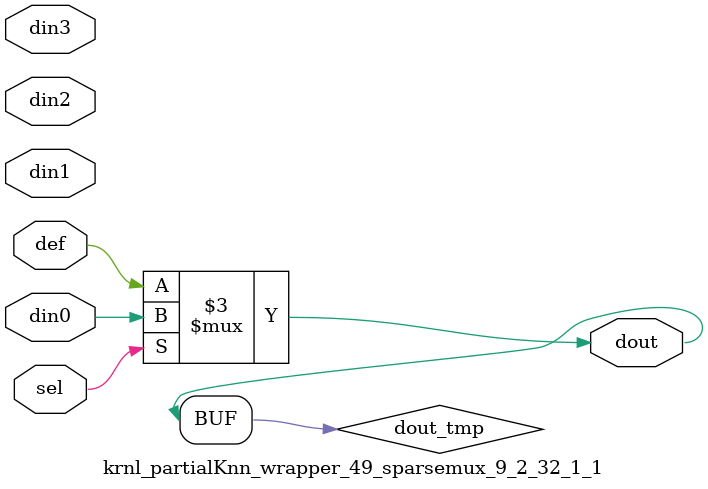
<source format=v>
`timescale 1 ns / 1 ps
module krnl_partialKnn_wrapper_49_sparsemux_9_2_32_1_1 (din0,din1,din2,din3,def,sel,dout);
parameter din0_WIDTH = 1;
parameter din1_WIDTH = 1;
parameter din2_WIDTH = 1;
parameter din3_WIDTH = 1;
parameter def_WIDTH = 1;
parameter sel_WIDTH = 1;
parameter dout_WIDTH = 1;
parameter [sel_WIDTH-1:0] CASE0 = 1;
parameter [sel_WIDTH-1:0] CASE1 = 1;
parameter [sel_WIDTH-1:0] CASE2 = 1;
parameter [sel_WIDTH-1:0] CASE3 = 1;
parameter ID = 1;
parameter NUM_STAGE = 1;
input [din0_WIDTH-1:0] din0;
input [din1_WIDTH-1:0] din1;
input [din2_WIDTH-1:0] din2;
input [din3_WIDTH-1:0] din3;
input [def_WIDTH-1:0] def;
input [sel_WIDTH-1:0] sel;
output [dout_WIDTH-1:0] dout;
reg [dout_WIDTH-1:0] dout_tmp;
always @ (*) begin
case (sel)
    
    CASE0 : dout_tmp = din0;
    
    CASE1 : dout_tmp = din1;
    
    CASE2 : dout_tmp = din2;
    
    CASE3 : dout_tmp = din3;
    
    default : dout_tmp = def;
endcase
end
assign dout = dout_tmp;
endmodule
</source>
